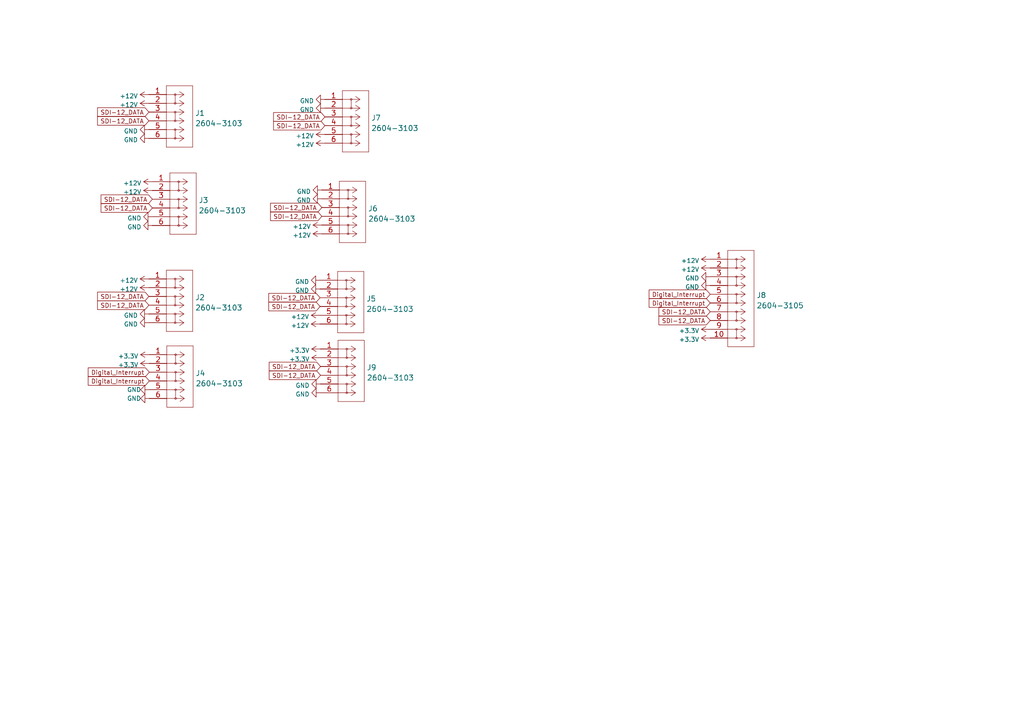
<source format=kicad_sch>
(kicad_sch (version 20211123) (generator eeschema)
  (paper "A4")
  (lib_symbols
    (symbol "2604-3103:2604-3103" (pin_names (offset 0.254) hide)
      (property "Reference" "J" (at -1.27 11.43 0))
      (property "Value" "2604-3103" (at 0 0 0))
      (symbol "2604-3103_1_1"
        (circle (center -2.54 -7.62) (radius 0.254) (stroke (width 0.127)))
        (circle (center -2.54 -5.08) (radius 0.254) (stroke (width 0.127)))
        (circle (center -2.54 -2.54) (radius 0.254) (stroke (width 0.127)))
        (circle (center -2.54 0) (radius 0.254) (stroke (width 0.127)))
        (circle (center -2.54 2.54) (radius 0.254) (stroke (width 0.127)))
        (circle (center -2.54 5.08) (radius 0.254) (stroke (width 0.127)))
        (arc (start -2.286 -7.62) (mid -2.794 -7.62) (end -2.286 -7.62) (stroke (width 0.127)))
        (arc (start -2.286 -5.08) (mid -2.794 -5.08) (end -2.286 -5.08) (stroke (width 0.127)))
        (arc (start -2.286 -2.54) (mid -2.794 -2.54) (end -2.286 -2.54) (stroke (width 0.127)))
        (arc (start -2.286 0) (mid -2.794 0) (end -2.286 0) (stroke (width 0.127)))
        (arc (start -2.286 2.54) (mid -2.794 2.54) (end -2.286 2.54) (stroke (width 0.127)))
        (arc (start -2.286 5.08) (mid -2.794 5.08) (end -2.286 5.08) (stroke (width 0.127)))
        (polyline (pts (xy -5.08 -10.16) (xy 2.54 -10.16)) (stroke (width 0.127)))
        (polyline (pts (xy -5.08 7.62) (xy -5.08 -10.16)) (stroke (width 0.127)))
        (polyline (pts (xy -2.54 -5.334) (xy -2.54 -7.366)) (stroke (width 0.127)))
        (polyline (pts (xy -2.54 -0.254) (xy -2.54 -2.286)) (stroke (width 0.127)))
        (polyline (pts (xy -2.54 4.826) (xy -2.54 2.794)) (stroke (width 0.127)))
        (polyline (pts (xy 0 -7.62) (xy -5.08 -7.62)) (stroke (width 0.127)))
        (polyline (pts (xy 0 -7.62) (xy -1.27 -8.4582)) (stroke (width 0.127)))
        (polyline (pts (xy 0 -7.62) (xy -1.27 -6.7818)) (stroke (width 0.127)))
        (polyline (pts (xy 0 -5.08) (xy -5.08 -5.08)) (stroke (width 0.127)))
        (polyline (pts (xy 0 -5.08) (xy -1.27 -5.9182)) (stroke (width 0.127)))
        (polyline (pts (xy 0 -5.08) (xy -1.27 -4.2418)) (stroke (width 0.127)))
        (polyline (pts (xy 0 -2.54) (xy -5.08 -2.54)) (stroke (width 0.127)))
        (polyline (pts (xy 0 -2.54) (xy -1.27 -3.3782)) (stroke (width 0.127)))
        (polyline (pts (xy 0 -2.54) (xy -1.27 -1.7018)) (stroke (width 0.127)))
        (polyline (pts (xy 0 0) (xy -5.08 0)) (stroke (width 0.127)))
        (polyline (pts (xy 0 0) (xy -1.27 -0.8382)) (stroke (width 0.127)))
        (polyline (pts (xy 0 0) (xy -1.27 0.8382)) (stroke (width 0.127)))
        (polyline (pts (xy 0 2.54) (xy -5.08 2.54)) (stroke (width 0.127)))
        (polyline (pts (xy 0 2.54) (xy -1.27 1.7018)) (stroke (width 0.127)))
        (polyline (pts (xy 0 2.54) (xy -1.27 3.3782)) (stroke (width 0.127)))
        (polyline (pts (xy 0 5.08) (xy -5.08 5.08)) (stroke (width 0.127)))
        (polyline (pts (xy 0 5.08) (xy -1.27 4.2418)) (stroke (width 0.127)))
        (polyline (pts (xy 0 5.08) (xy -1.27 5.9182)) (stroke (width 0.127)))
        (polyline (pts (xy 2.54 -10.16) (xy 2.54 7.62)) (stroke (width 0.127)))
        (polyline (pts (xy 2.54 7.62) (xy -5.08 7.62)) (stroke (width 0.127)))
        (pin unspecified line (at -10.16 5.08 0) (length 5.08) (name "1") (number "1"))
        (pin unspecified line (at -10.16 2.54 0) (length 5.08) (name "2") (number "2"))
        (pin unspecified line (at -10.16 0 0) (length 5.08) (name "3") (number "3"))
        (pin unspecified line (at -10.16 -2.54 0) (length 5.08) (name "4") (number "4"))
        (pin unspecified line (at -10.16 -5.08 0) (length 5.08) (name "5") (number "5"))
        (pin unspecified line (at -10.16 -7.62 0) (length 5.08) (name "6") (number "6"))
      )
    )
    (symbol "2604-3105:2604-3105" (pin_names (offset 0.254) hide)
      (property "Reference" "J" (at -1.27 16.51 0))
      (property "Value" "2604-3105" (at 0 0 0))
      (symbol "2604-3105_1_1"
        (circle (center -2.54 -12.7) (radius 0.254) (stroke (width 0.127)))
        (circle (center -2.54 -10.16) (radius 0.254) (stroke (width 0.127)))
        (circle (center -2.54 -7.62) (radius 0.254) (stroke (width 0.127)))
        (circle (center -2.54 -5.08) (radius 0.254) (stroke (width 0.127)))
        (circle (center -2.54 -2.54) (radius 0.254) (stroke (width 0.127)))
        (circle (center -2.54 0) (radius 0.254) (stroke (width 0.127)))
        (circle (center -2.54 2.54) (radius 0.254) (stroke (width 0.127)))
        (circle (center -2.54 5.08) (radius 0.254) (stroke (width 0.127)))
        (circle (center -2.54 7.62) (radius 0.254) (stroke (width 0.127)))
        (circle (center -2.54 10.16) (radius 0.254) (stroke (width 0.127)))
        (arc (start -2.286 -12.7) (mid -2.794 -12.7) (end -2.286 -12.7) (stroke (width 0.127)))
        (arc (start -2.286 -10.16) (mid -2.794 -10.16) (end -2.286 -10.16) (stroke (width 0.127)))
        (arc (start -2.286 -7.62) (mid -2.794 -7.62) (end -2.286 -7.62) (stroke (width 0.127)))
        (arc (start -2.286 -5.08) (mid -2.794 -5.08) (end -2.286 -5.08) (stroke (width 0.127)))
        (arc (start -2.286 -2.54) (mid -2.794 -2.54) (end -2.286 -2.54) (stroke (width 0.127)))
        (arc (start -2.286 0) (mid -2.794 0) (end -2.286 0) (stroke (width 0.127)))
        (arc (start -2.286 2.54) (mid -2.794 2.54) (end -2.286 2.54) (stroke (width 0.127)))
        (arc (start -2.286 5.08) (mid -2.794 5.08) (end -2.286 5.08) (stroke (width 0.127)))
        (arc (start -2.286 7.62) (mid -2.794 7.62) (end -2.286 7.62) (stroke (width 0.127)))
        (arc (start -2.286 10.16) (mid -2.794 10.16) (end -2.286 10.16) (stroke (width 0.127)))
        (polyline (pts (xy -5.08 -15.24) (xy 2.54 -15.24)) (stroke (width 0.127)))
        (polyline (pts (xy -5.08 12.7) (xy -5.08 -15.24)) (stroke (width 0.127)))
        (polyline (pts (xy -2.54 -10.414) (xy -2.54 -12.446)) (stroke (width 0.127)))
        (polyline (pts (xy -2.54 -5.334) (xy -2.54 -7.366)) (stroke (width 0.127)))
        (polyline (pts (xy -2.54 -0.254) (xy -2.54 -2.286)) (stroke (width 0.127)))
        (polyline (pts (xy -2.54 4.826) (xy -2.54 2.794)) (stroke (width 0.127)))
        (polyline (pts (xy -2.54 9.906) (xy -2.54 7.874)) (stroke (width 0.127)))
        (polyline (pts (xy 0 -12.7) (xy -5.08 -12.7)) (stroke (width 0.127)))
        (polyline (pts (xy 0 -12.7) (xy -1.27 -13.5382)) (stroke (width 0.127)))
        (polyline (pts (xy 0 -12.7) (xy -1.27 -11.8618)) (stroke (width 0.127)))
        (polyline (pts (xy 0 -10.16) (xy -5.08 -10.16)) (stroke (width 0.127)))
        (polyline (pts (xy 0 -10.16) (xy -1.27 -10.9982)) (stroke (width 0.127)))
        (polyline (pts (xy 0 -10.16) (xy -1.27 -9.3218)) (stroke (width 0.127)))
        (polyline (pts (xy 0 -7.62) (xy -5.08 -7.62)) (stroke (width 0.127)))
        (polyline (pts (xy 0 -7.62) (xy -1.27 -8.4582)) (stroke (width 0.127)))
        (polyline (pts (xy 0 -7.62) (xy -1.27 -6.7818)) (stroke (width 0.127)))
        (polyline (pts (xy 0 -5.08) (xy -5.08 -5.08)) (stroke (width 0.127)))
        (polyline (pts (xy 0 -5.08) (xy -1.27 -5.9182)) (stroke (width 0.127)))
        (polyline (pts (xy 0 -5.08) (xy -1.27 -4.2418)) (stroke (width 0.127)))
        (polyline (pts (xy 0 -2.54) (xy -5.08 -2.54)) (stroke (width 0.127)))
        (polyline (pts (xy 0 -2.54) (xy -1.27 -3.3782)) (stroke (width 0.127)))
        (polyline (pts (xy 0 -2.54) (xy -1.27 -1.7018)) (stroke (width 0.127)))
        (polyline (pts (xy 0 0) (xy -5.08 0)) (stroke (width 0.127)))
        (polyline (pts (xy 0 0) (xy -1.27 -0.8382)) (stroke (width 0.127)))
        (polyline (pts (xy 0 0) (xy -1.27 0.8382)) (stroke (width 0.127)))
        (polyline (pts (xy 0 2.54) (xy -5.08 2.54)) (stroke (width 0.127)))
        (polyline (pts (xy 0 2.54) (xy -1.27 1.7018)) (stroke (width 0.127)))
        (polyline (pts (xy 0 2.54) (xy -1.27 3.3782)) (stroke (width 0.127)))
        (polyline (pts (xy 0 5.08) (xy -5.08 5.08)) (stroke (width 0.127)))
        (polyline (pts (xy 0 5.08) (xy -1.27 4.2418)) (stroke (width 0.127)))
        (polyline (pts (xy 0 5.08) (xy -1.27 5.9182)) (stroke (width 0.127)))
        (polyline (pts (xy 0 7.62) (xy -5.08 7.62)) (stroke (width 0.127)))
        (polyline (pts (xy 0 7.62) (xy -1.27 6.7818)) (stroke (width 0.127)))
        (polyline (pts (xy 0 7.62) (xy -1.27 8.4582)) (stroke (width 0.127)))
        (polyline (pts (xy 0 10.16) (xy -5.08 10.16)) (stroke (width 0.127)))
        (polyline (pts (xy 0 10.16) (xy -1.27 9.3218)) (stroke (width 0.127)))
        (polyline (pts (xy 0 10.16) (xy -1.27 10.9982)) (stroke (width 0.127)))
        (polyline (pts (xy 2.54 -15.24) (xy 2.54 12.7)) (stroke (width 0.127)))
        (polyline (pts (xy 2.54 12.7) (xy -5.08 12.7)) (stroke (width 0.127)))
        (pin unspecified line (at -10.16 10.16 0) (length 5.08) (name "1") (number "1"))
        (pin unspecified line (at -10.16 -12.7 0) (length 5.08) (name "10") (number "10"))
        (pin unspecified line (at -10.16 7.62 0) (length 5.08) (name "2") (number "2"))
        (pin unspecified line (at -10.16 5.08 0) (length 5.08) (name "3") (number "3"))
        (pin unspecified line (at -10.16 2.54 0) (length 5.08) (name "4") (number "4"))
        (pin unspecified line (at -10.16 0 0) (length 5.08) (name "5") (number "5"))
        (pin unspecified line (at -10.16 -2.54 0) (length 5.08) (name "6") (number "6"))
        (pin unspecified line (at -10.16 -5.08 0) (length 5.08) (name "7") (number "7"))
        (pin unspecified line (at -10.16 -7.62 0) (length 5.08) (name "8") (number "8"))
        (pin unspecified line (at -10.16 -10.16 0) (length 5.08) (name "9") (number "9"))
      )
    )
    (symbol "power:+12V" (power) (pin_names (offset 0))
      (property "Value" "+12V" (at 0 3.556 0))
      (symbol "+12V_0_1"
        (polyline (pts (xy -0.762 1.27) (xy 0 2.54)))
        (polyline (pts (xy 0 0) (xy 0 2.54)))
        (polyline (pts (xy 0 2.54) (xy 0.762 1.27)))
      )
      (symbol "+12V_1_1"
        (pin power_in line (at 0 0 90) (length 0) hide (name "+12V") (number "1"))
      )
    )
    (symbol "power:+3.3V" (power) (pin_names (offset 0))
      (property "Value" "+3.3V" (at 0 3.556 0))
      (symbol "+3.3V_0_1"
        (polyline (pts (xy -0.762 1.27) (xy 0 2.54)))
        (polyline (pts (xy 0 0) (xy 0 2.54)))
        (polyline (pts (xy 0 2.54) (xy 0.762 1.27)))
      )
      (symbol "+3.3V_1_1"
        (pin power_in line (at 0 0 90) (length 0) hide (name "+3.3V") (number "1"))
      )
    )
    (symbol "power:GND" (power) (pin_names (offset 0))
      (property "Value" "GND" (at 0 -3.81 0))
      (symbol "GND_0_1"
        (polyline (pts (xy 0 0) (xy 0 -1.27) (xy 1.27 -1.27) (xy 0 -2.54) (xy -1.27 -1.27) (xy 0 -1.27)))
      )
      (symbol "GND_1_1"
        (pin power_in line (at 0 0 270) (length 0) hide (name "GND") (number "1"))
      )
    )
  )
  (global_label "SDI-12_DATA" (shape input) (at 44.196 60.325 180) (property "Intersheet References" "${INTERSHEET_REFS}" (effects hide)))
  (global_label "SDI-12_DATA" (shape input) (at 43.18 32.512 180) (property "Intersheet References" "${INTERSHEET_REFS}" (effects hide)))
  (global_label "SDI-12_DATA" (shape input) (at 94.234 33.909 180) (property "Intersheet References" "${INTERSHEET_REFS}" (effects hide)))
  (global_label "SDI-12_DATA" (shape input) (at 92.837 86.36 180) (property "Intersheet References" "${INTERSHEET_REFS}" (effects hide)))
  (global_label "SDI-12_DATA" (shape input) (at 205.994 92.964 180) (property "Intersheet References" "${INTERSHEET_REFS}" (effects hide)))
  (global_label "SDI-12_DATA" (shape input) (at 93.345 62.738 180) (property "Intersheet References" "${INTERSHEET_REFS}" (effects hide)))
  (global_label "SDI-12_DATA" (shape input) (at 43.18 35.052 180) (property "Intersheet References" "${INTERSHEET_REFS}" (effects hide)))
  (global_label "SDI-12_DATA" (shape input) (at 92.964 106.299 180) (property "Intersheet References" "${INTERSHEET_REFS}" (effects hide)))
  (global_label "Digital_Interrupt" (shape input) (at 205.994 85.344 180) (property "Intersheet References" "${INTERSHEET_REFS}" (effects hide)))
  (global_label "SDI-12_DATA" (shape input) (at 44.196 57.785 180) (property "Intersheet References" "${INTERSHEET_REFS}" (effects hide)))
  (global_label "SDI-12_DATA" (shape input) (at 43.18 88.519 180) (property "Intersheet References" "${INTERSHEET_REFS}" (effects hide)))
  (global_label "SDI-12_DATA" (shape input) (at 92.964 108.839 180) (property "Intersheet References" "${INTERSHEET_REFS}" (effects hide)))
  (global_label "SDI-12_DATA" (shape input) (at 92.837 88.9 180) (property "Intersheet References" "${INTERSHEET_REFS}" (effects hide)))
  (global_label "SDI-12_DATA" (shape input) (at 93.345 60.198 180) (property "Intersheet References" "${INTERSHEET_REFS}" (effects hide)))
  (global_label "SDI-12_DATA" (shape input) (at 205.994 90.424 180) (property "Intersheet References" "${INTERSHEET_REFS}" (effects hide)))
  (global_label "Digital_Interrupt" (shape input) (at 43.307 107.95 180) (property "Intersheet References" "${INTERSHEET_REFS}" (effects hide)))
  (global_label "SDI-12_DATA" (shape input) (at 94.234 36.449 180) (property "Intersheet References" "${INTERSHEET_REFS}" (effects hide)))
  (global_label "Digital_Interrupt" (shape input) (at 205.994 87.884 180) (property "Intersheet References" "${INTERSHEET_REFS}" (effects hide)))
  (global_label "SDI-12_DATA" (shape input) (at 43.18 85.979 180) (property "Intersheet References" "${INTERSHEET_REFS}" (effects hide)))
  (global_label "Digital_Interrupt" (shape input) (at 43.307 110.49 180) (property "Intersheet References" "${INTERSHEET_REFS}" (effects hide)))
  (symbol (lib_id "power:+12V") (at 43.18 29.972 90) (unit 1)
    (property "Reference" "#PWR02" (effects hide))
    (property "Value" "+12V" (at 40.005 30.4058 90) (effects (justify left)))
  )
  (symbol (lib_id "power:GND") (at 92.837 83.82 270) (unit 1)
    (property "Reference" "#PWR020" (effects hide))
    (property "Value" "GND" (at 89.6621 84.2538 90) (effects (justify right)))
  )
  (symbol (lib_id "power:GND") (at 43.18 91.059 270) (unit 1)
    (property "Reference" "#PWR07" (effects hide))
    (property "Value" "GND" (at 40.0051 91.4928 90) (effects (justify right)))
  )
  (symbol (lib_id "power:+3.3V") (at 92.964 103.759 90) (unit 1)
    (property "Reference" "#PWR0102" (effects hide))
    (property "Value" "+3.3V" (at 89.789 104.1928 90) (effects (justify left)))
  )
  (symbol (lib_id "2604-3103:2604-3103") (at 53.467 107.95 0) (unit 1)
    (property "Reference" "J4" (at 56.7055 108.2438 0) (effects (font (size 1.524 1.524)) (justify left)))
    (property "Value" "2604-3103" (at 56.7055 111.2372 0) (effects (font (size 1.524 1.524)) (justify left)))
    (property "Footprint" "2604-3103:2604-3103" (effects hide))
  )
  (symbol (lib_id "2604-3103:2604-3103") (at 104.394 33.909 0) (unit 1)
    (property "Reference" "J7" (at 107.6325 34.2028 0) (effects (font (size 1.524 1.524)) (justify left)))
    (property "Value" "2604-3103" (at 107.6325 37.1962 0) (effects (font (size 1.524 1.524)) (justify left)))
    (property "Footprint" "2604-3103:2604-3103" (effects hide))
  )
  (symbol (lib_id "2604-3103:2604-3103") (at 103.505 60.198 0) (unit 1)
    (property "Reference" "J6" (at 106.7435 60.4918 0) (effects (font (size 1.524 1.524)) (justify left)))
    (property "Value" "2604-3103" (at 106.7435 63.4852 0) (effects (font (size 1.524 1.524)) (justify left)))
    (property "Footprint" "2604-3103:2604-3103" (effects hide))
  )
  (symbol (lib_id "2604-3105:2604-3105") (at 216.154 85.344 0) (unit 1)
    (property "Reference" "J8" (at 219.3925 85.6378 0) (effects (font (size 1.524 1.524)) (justify left)))
    (property "Value" "2604-3105" (at 219.3925 88.6312 0) (effects (font (size 1.524 1.524)) (justify left)))
    (property "Footprint" "2604-3105:2604-3105" (effects hide))
  )
  (symbol (lib_id "power:GND") (at 43.18 37.592 270) (unit 1)
    (property "Reference" "#PWR03" (effects hide))
    (property "Value" "GND" (at 40.0051 38.0258 90) (effects (justify right)))
  )
  (symbol (lib_id "2604-3103:2604-3103") (at 54.356 57.785 0) (unit 1)
    (property "Reference" "J3" (at 57.5945 58.0788 0) (effects (font (size 1.524 1.524)) (justify left)))
    (property "Value" "2604-3103" (at 57.5945 61.0722 0) (effects (font (size 1.524 1.524)) (justify left)))
    (property "Footprint" "2604-3103:2604-3103" (effects hide))
  )
  (symbol (lib_id "power:GND") (at 43.307 113.03 270) (unit 1)
    (property "Reference" "#PWR015" (effects hide))
    (property "Value" "GND" (at 36.83 113.03 90) (effects (justify left)))
  )
  (symbol (lib_id "power:GND") (at 94.234 28.829 270) (unit 1)
    (property "Reference" "#PWR027" (effects hide))
    (property "Value" "GND" (at 91.0591 29.2628 90) (effects (justify right)))
  )
  (symbol (lib_id "power:GND") (at 205.994 82.804 270) (unit 1)
    (property "Reference" "#PWR032" (effects hide))
    (property "Value" "GND" (at 202.8191 83.2378 90) (effects (justify right)))
  )
  (symbol (lib_id "power:+12V") (at 44.196 55.245 90) (unit 1)
    (property "Reference" "#PWR011" (effects hide))
    (property "Value" "+12V" (at 41.021 55.6788 90) (effects (justify left)))
  )
  (symbol (lib_id "power:+12V") (at 43.18 80.899 90) (unit 1)
    (property "Reference" "#PWR05" (effects hide))
    (property "Value" "+12V" (at 40.005 81.3328 90) (effects (justify left)))
  )
  (symbol (lib_id "power:GND") (at 205.994 80.264 270) (unit 1)
    (property "Reference" "#PWR031" (effects hide))
    (property "Value" "GND" (at 202.8191 80.6978 90) (effects (justify right)))
  )
  (symbol (lib_id "power:+3.3V") (at 205.994 98.044 90) (unit 1)
    (property "Reference" "#PWR034" (effects hide))
    (property "Value" "+3.3V" (at 202.819 98.4778 90) (effects (justify left)))
  )
  (symbol (lib_id "2604-3103:2604-3103") (at 103.124 106.299 0) (unit 1)
    (property "Reference" "J9" (at 106.3625 106.5928 0) (effects (font (size 1.524 1.524)) (justify left)))
    (property "Value" "2604-3103" (at 106.3625 109.5862 0) (effects (font (size 1.524 1.524)) (justify left)))
    (property "Footprint" "2604-3103:2604-3103" (effects hide))
  )
  (symbol (lib_id "power:GND") (at 93.345 57.658 270) (unit 1)
    (property "Reference" "#PWR024" (effects hide))
    (property "Value" "GND" (at 90.1701 58.0918 90) (effects (justify right)))
  )
  (symbol (lib_id "power:+3.3V") (at 43.307 105.41 90) (unit 1)
    (property "Reference" "#PWR014" (effects hide))
    (property "Value" "+3.3V" (at 40.132 105.8438 90) (effects (justify left)))
  )
  (symbol (lib_id "power:GND") (at 44.196 62.865 270) (unit 1)
    (property "Reference" "#PWR012" (effects hide))
    (property "Value" "GND" (at 41.0211 63.2988 90) (effects (justify right)))
  )
  (symbol (lib_id "power:+12V") (at 92.837 91.44 90) (unit 1)
    (property "Reference" "#PWR017" (effects hide))
    (property "Value" "+12V" (at 89.662 91.8738 90) (effects (justify left)))
  )
  (symbol (lib_id "power:+12V") (at 205.994 75.184 90) (unit 1)
    (property "Reference" "#PWR029" (effects hide))
    (property "Value" "+12V" (at 202.819 75.6178 90) (effects (justify left)))
  )
  (symbol (lib_id "power:GND") (at 43.307 115.57 270) (unit 1)
    (property "Reference" "#PWR016" (effects hide))
    (property "Value" "GND" (at 36.83 115.57 90) (effects (justify left)))
  )
  (symbol (lib_id "power:GND") (at 43.18 93.599 270) (unit 1)
    (property "Reference" "#PWR08" (effects hide))
    (property "Value" "GND" (at 40.0051 94.0328 90) (effects (justify right)))
  )
  (symbol (lib_id "power:+12V") (at 94.234 41.529 90) (unit 1)
    (property "Reference" "#PWR026" (effects hide))
    (property "Value" "+12V" (at 91.059 41.9628 90) (effects (justify left)))
  )
  (symbol (lib_id "power:GND") (at 93.345 55.118 270) (unit 1)
    (property "Reference" "#PWR023" (effects hide))
    (property "Value" "GND" (at 90.1701 55.5518 90) (effects (justify right)))
  )
  (symbol (lib_id "power:+3.3V") (at 43.307 102.87 90) (unit 1)
    (property "Reference" "#PWR010" (effects hide))
    (property "Value" "+3.3V" (at 40.132 103.3038 90) (effects (justify left)))
  )
  (symbol (lib_id "power:+12V") (at 92.837 93.98 90) (unit 1)
    (property "Reference" "#PWR018" (effects hide))
    (property "Value" "+12V" (at 89.662 94.4138 90) (effects (justify left)))
  )
  (symbol (lib_id "power:+12V") (at 93.345 65.278 90) (unit 1)
    (property "Reference" "#PWR021" (effects hide))
    (property "Value" "+12V" (at 90.17 65.7118 90) (effects (justify left)))
  )
  (symbol (lib_id "power:+12V") (at 205.994 77.724 90) (unit 1)
    (property "Reference" "#PWR030" (effects hide))
    (property "Value" "+12V" (at 202.819 78.1578 90) (effects (justify left)))
  )
  (symbol (lib_id "power:GND") (at 92.837 81.28 270) (unit 1)
    (property "Reference" "#PWR019" (effects hide))
    (property "Value" "GND" (at 89.6621 81.7138 90) (effects (justify right)))
  )
  (symbol (lib_id "power:GND") (at 44.196 65.405 270) (unit 1)
    (property "Reference" "#PWR013" (effects hide))
    (property "Value" "GND" (at 41.0211 65.8388 90) (effects (justify right)))
  )
  (symbol (lib_id "2604-3103:2604-3103") (at 53.34 85.979 0) (unit 1)
    (property "Reference" "J2" (at 56.5785 86.2728 0) (effects (font (size 1.524 1.524)) (justify left)))
    (property "Value" "2604-3103" (at 56.5785 89.2662 0) (effects (font (size 1.524 1.524)) (justify left)))
    (property "Footprint" "2604-3103:2604-3103" (effects hide))
  )
  (symbol (lib_id "power:GND") (at 94.234 31.369 270) (unit 1)
    (property "Reference" "#PWR028" (effects hide))
    (property "Value" "GND" (at 91.0591 31.8028 90) (effects (justify right)))
  )
  (symbol (lib_id "power:GND") (at 43.18 40.132 270) (unit 1)
    (property "Reference" "#PWR04" (effects hide))
    (property "Value" "GND" (at 40.0051 40.5658 90) (effects (justify right)))
  )
  (symbol (lib_id "2604-3103:2604-3103") (at 102.997 86.36 0) (unit 1)
    (property "Reference" "J5" (at 106.2355 86.6538 0) (effects (font (size 1.524 1.524)) (justify left)))
    (property "Value" "2604-3103" (at 106.2355 89.6472 0) (effects (font (size 1.524 1.524)) (justify left)))
    (property "Footprint" "2604-3103:2604-3103" (effects hide))
  )
  (symbol (lib_id "power:GND") (at 92.964 111.379 270) (unit 1)
    (property "Reference" "#PWR037" (effects hide))
    (property "Value" "GND" (at 89.7891 111.8128 90) (effects (justify right)))
  )
  (symbol (lib_id "power:+3.3V") (at 205.994 95.504 90) (unit 1)
    (property "Reference" "#PWR033" (effects hide))
    (property "Value" "+3.3V" (at 202.819 95.9378 90) (effects (justify left)))
  )
  (symbol (lib_id "power:GND") (at 92.964 113.919 270) (unit 1)
    (property "Reference" "#PWR038" (effects hide))
    (property "Value" "GND" (at 89.7891 114.3528 90) (effects (justify right)))
  )
  (symbol (lib_id "power:+12V") (at 44.196 52.705 90) (unit 1)
    (property "Reference" "#PWR09" (effects hide))
    (property "Value" "+12V" (at 41.021 53.1388 90) (effects (justify left)))
  )
  (symbol (lib_id "power:+12V") (at 94.234 38.989 90) (unit 1)
    (property "Reference" "#PWR025" (effects hide))
    (property "Value" "+12V" (at 91.059 39.4228 90) (effects (justify left)))
  )
  (symbol (lib_id "2604-3103:2604-3103") (at 53.34 32.512 0) (unit 1)
    (property "Reference" "J1" (at 56.5785 32.8058 0) (effects (font (size 1.524 1.524)) (justify left)))
    (property "Value" "2604-3103" (at 56.5785 35.7992 0) (effects (font (size 1.524 1.524)) (justify left)))
    (property "Footprint" "2604-3103:2604-3103" (effects hide))
  )
  (symbol (lib_id "power:+12V") (at 93.345 67.818 90) (unit 1)
    (property "Reference" "#PWR022" (effects hide))
    (property "Value" "+12V" (at 90.17 68.2518 90) (effects (justify left)))
  )
  (symbol (lib_id "power:+12V") (at 43.18 83.439 90) (unit 1)
    (property "Reference" "#PWR06" (effects hide))
    (property "Value" "+12V" (at 40.005 83.8728 90) (effects (justify left)))
  )
  (symbol (lib_id "power:+12V") (at 43.18 27.432 90) (unit 1)
    (property "Reference" "#PWR01" (effects hide))
    (property "Value" "+12V" (at 40.005 27.8658 90) (effects (justify left)))
  )
  (symbol (lib_id "power:+3.3V") (at 92.964 101.219 90) (unit 1)
    (property "Reference" "#PWR0101" (effects hide))
    (property "Value" "+3.3V" (at 89.789 101.6528 90) (effects (justify left)))
  )
)
</source>
